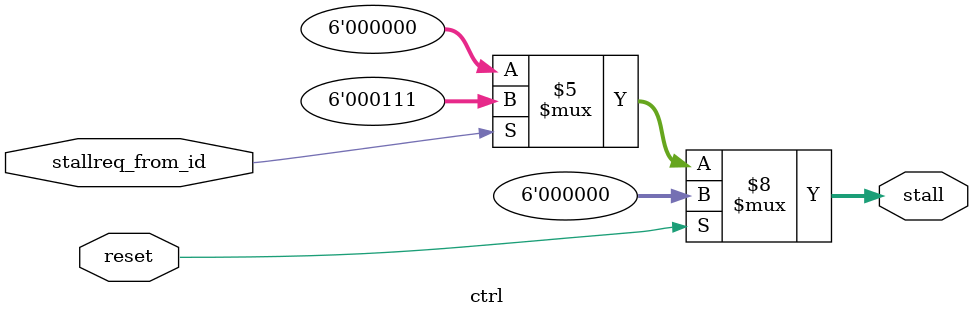
<source format=v>
module ctrl(                  //Á÷Ë®ÏßÔÝÍ£Ä£¿é
input wire reset,
input wire stallreq_from_id,
output reg[5:0] stall

);
	always @(*)
	begin
		if(reset == 1'b1)
		begin
			stall<=6'b000000;
		end
		else if(stallreq_from_id == 1'b1)
		begin
			stall<=6'b000111;
		end
		else
		begin
			stall<=6'b000000;
		end
	end
	
	
endmodule

</source>
